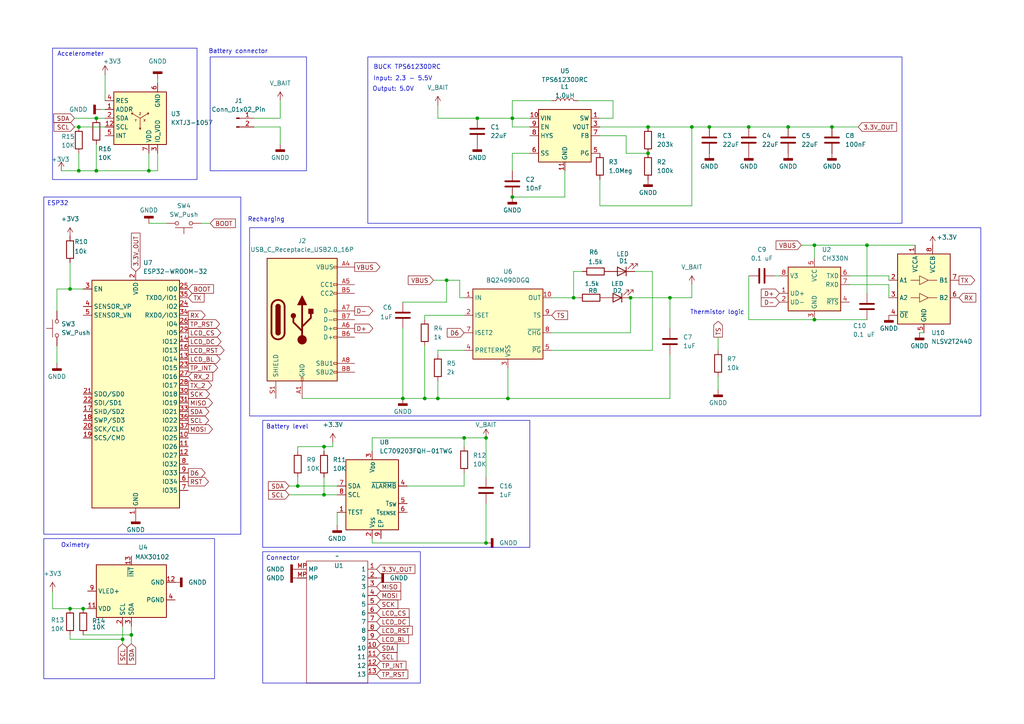
<source format=kicad_sch>
(kicad_sch (version 20250114) (generator "eeschema") (generator_version "9.0")
  (paper "A4")
  (rectangle (start 12.7 156.21) (end 62.23 196.85))
  (rectangle (start 106.68 16.51) (end 261.62 64.77))
  (rectangle (start 15.24 13.97) (end 57.15 52.07))
  (rectangle (start 60.96 16.51) (end 88.9 49.53))
  (text "Oximetry " (at 22.352 158.242 0) (effects (font (size 1.27 1.27))))
  (text "Input: 2.3 - 5.5V" (at 116.84 22.86 0) (effects (font (size 1.27 1.27))))
  (text "BUCK TPS61230DRC" (at 118.11 19.558 0) (effects (font (size 1.27 1.27))))
  (text "Recharging\n" (at 77.216 63.754 0) (effects (font (size 1.27 1.27))))
  (text "Output: 5.0V\n" (at 114.046 25.908 0) (effects (font (size 1.27 1.27))))
  (text "Battery connector\n" (at 69.088 14.986 0) (effects (font (size 1.27 1.27))))
  (text "Thermistor logic\n" (at 208.026 90.678 0) (effects (font (size 1.27 1.27))))
  (text "Accelerometer " (at 23.876 15.748 0) (effects (font (size 1.27 1.27))))
  (text_box "ESP32\n" (at 12.7 57.15 0) (size 57.15 97.79) (margins 0.9525 0.9525 0.9525 0.9525) (effects (font (size 1.27 1.27)) (justify left top)))
  (text_box "" (at 72.39 66.04 0) (size 212.09 54.61) (margins 0.9525 0.9525 0.9525 0.9525) (effects (font (size 1.27 1.27)) (justify left top)))
  (text_box "Connector\n" (at 76.2 160.02 0) (size 45.72 38.1) (margins 0.9525 0.9525 0.9525 0.9525) (effects (font (size 1.27 1.27)) (justify left top)))
  (text_box "Battery level\n" (at 76.2 121.92 0) (size 77.47 36.83) (margins 0.9525 0.9525 0.9525 0.9525) (effects (font (size 1.27 1.27)) (justify left top)))
  (junction (at 140.97 127))
  (junction (at 194.31 86.36))
  (junction (at 166.37 86.36))
  (junction (at 43.18 49.53))
  (junction (at 187.96 36.83))
  (junction (at 129.54 81.28))
  (junction (at 38.1 184.15))
  (junction (at 182.88 86.36))
  (junction (at 93.98 129.54))
  (junction (at 200.66 36.83))
  (junction (at 228.6 36.83))
  (junction (at 236.22 71.12))
  (junction (at 86.36 140.97))
  (junction (at 35.56 185.42))
  (junction (at 22.86 36.83))
  (junction (at 134.62 127))
  (junction (at 116.84 115.57))
  (junction (at 217.17 36.83))
  (junction (at 187.96 44.45))
  (junction (at 27.94 34.29))
  (junction (at 205.74 36.83))
  (junction (at 24.13 176.53))
  (junction (at 20.32 83.82))
  (junction (at 251.46 71.12))
  (junction (at 93.98 143.51))
  (junction (at 138.43 34.29))
  (junction (at 147.32 115.57))
  (junction (at 22.86 49.53))
  (junction (at 241.3 36.83))
  (junction (at 148.59 34.29))
  (junction (at 20.32 176.53))
  (junction (at 148.59 57.15))
  (junction (at 127 115.57))
  (junction (at 123.19 115.57))
  (junction (at 140.97 157.48))
  (junction (at 236.22 92.71))
  (junction (at 27.94 49.53))
  (wire (pts (xy 127 30.48) (xy 127 34.29)))
  (wire (pts (xy 107.95 157.48) (xy 140.97 157.48)))
  (wire (pts (xy 20.32 185.42) (xy 35.56 185.42)))
  (wire (pts (xy 167.64 29.21) (xy 177.8 29.21)))
  (wire (pts (xy 16.51 100.33) (xy 16.51 105.41)))
  (wire (pts (xy 251.46 92.71) (xy 236.22 92.71)))
  (wire (pts (xy 35.56 186.69) (xy 35.56 185.42)))
  (wire (pts (xy 107.95 127) (xy 134.62 127)))
  (wire (pts (xy 246.38 82.55) (xy 257.81 82.55)))
  (wire (pts (xy 83.82 143.51) (xy 93.98 143.51)))
  (wire (pts (xy 43.18 64.77) (xy 48.26 64.77)))
  (wire (pts (xy 200.66 59.69) (xy 200.66 36.83)))
  (wire (pts (xy 127 101.6) (xy 127 102.87)))
  (wire (pts (xy 93.98 143.51) (xy 97.79 143.51)))
  (wire (pts (xy 22.86 36.83) (xy 21.59 36.83)))
  (wire (pts (xy 189.23 78.74) (xy 184.15 78.74)))
  (wire (pts (xy 45.72 44.45) (xy 45.72 49.53)))
  (wire (pts (xy 257.81 80.01) (xy 246.38 80.01)))
  (wire (pts (xy 15.24 176.53) (xy 15.24 171.45)))
  (wire (pts (xy 38.1 186.69) (xy 38.1 184.15)))
  (wire (pts (xy 134.62 129.54) (xy 134.62 127)))
  (wire (pts (xy 147.32 115.57) (xy 194.31 115.57)))
  (wire (pts (xy 140.97 146.05) (xy 140.97 157.48)))
  (wire (pts (xy 134.62 140.97) (xy 134.62 137.16)))
  (wire (pts (xy 35.56 185.42) (xy 35.56 181.61)))
  (wire (pts (xy 15.24 176.53) (xy 20.32 176.53)))
  (wire (pts (xy 86.36 140.97) (xy 97.79 140.97)))
  (wire (pts (xy 38.1 184.15) (xy 38.1 181.61)))
  (wire (pts (xy 20.32 83.82) (xy 16.51 83.82)))
  (wire (pts (xy 200.66 86.36) (xy 194.31 86.36)))
  (wire (pts (xy 22.86 49.53) (xy 27.94 49.53)))
  (wire (pts (xy 24.13 176.53) (xy 25.4 176.53)))
  (wire (pts (xy 228.6 36.83) (xy 241.3 36.83)))
  (wire (pts (xy 236.22 71.12) (xy 251.46 71.12)))
  (wire (pts (xy 134.62 101.6) (xy 127 101.6)))
  (wire (pts (xy 87.63 115.57) (xy 116.84 115.57)))
  (wire (pts (xy 138.43 34.29) (xy 148.59 34.29)))
  (wire (pts (xy 73.66 36.83) (xy 81.28 36.83)))
  (wire (pts (xy 45.72 22.86) (xy 45.72 24.13)))
  (wire (pts (xy 127 115.57) (xy 147.32 115.57)))
  (wire (pts (xy 20.32 184.15) (xy 20.32 185.42)))
  (wire (pts (xy 153.67 44.45) (xy 148.59 44.45)))
  (wire (pts (xy 93.98 130.81) (xy 93.98 129.54)))
  (wire (pts (xy 194.31 102.87) (xy 194.31 115.57)))
  (wire (pts (xy 123.19 91.44) (xy 123.19 92.71)))
  (wire (pts (xy 182.88 96.52) (xy 160.02 96.52)))
  (wire (pts (xy 27.94 41.91) (xy 27.94 49.53)))
  (wire (pts (xy 24.13 83.82) (xy 20.32 83.82)))
  (wire (pts (xy 181.61 39.37) (xy 173.99 39.37)))
  (wire (pts (xy 27.94 49.53) (xy 43.18 49.53)))
  (wire (pts (xy 194.31 86.36) (xy 194.31 95.25)))
  (wire (pts (xy 140.97 127) (xy 140.97 138.43)))
  (wire (pts (xy 125.73 81.28) (xy 129.54 81.28)))
  (wire (pts (xy 217.17 92.71) (xy 236.22 92.71)))
  (wire (pts (xy 116.84 95.25) (xy 116.84 115.57)))
  (wire (pts (xy 200.66 36.83) (xy 187.96 36.83)))
  (wire (pts (xy 93.98 129.54) (xy 86.36 129.54)))
  (wire (pts (xy 265.43 71.12) (xy 251.46 71.12)))
  (wire (pts (xy 58.42 64.77) (xy 60.96 64.77)))
  (wire (pts (xy 127 34.29) (xy 138.43 34.29)))
  (wire (pts (xy 116.84 87.63) (xy 129.54 87.63)))
  (wire (pts (xy 20.32 176.53) (xy 24.13 176.53)))
  (wire (pts (xy 129.54 87.63) (xy 129.54 81.28)))
  (wire (pts (xy 45.72 49.53) (xy 43.18 49.53)))
  (wire (pts (xy 182.88 86.36) (xy 194.31 86.36)))
  (wire (pts (xy 134.62 127) (xy 140.97 127)))
  (wire (pts (xy 97.79 148.59) (xy 97.79 152.4)))
  (wire (pts (xy 133.35 86.36) (xy 134.62 86.36)))
  (wire (pts (xy 173.99 52.07) (xy 173.99 59.69)))
  (wire (pts (xy 17.78 49.53) (xy 22.86 49.53)))
  (wire (pts (xy 177.8 29.21) (xy 177.8 34.29)))
  (wire (pts (xy 200.66 36.83) (xy 205.74 36.83)))
  (wire (pts (xy 217.17 36.83) (xy 228.6 36.83)))
  (wire (pts (xy 96.52 129.54) (xy 93.98 129.54)))
  (wire (pts (xy 182.88 86.36) (xy 182.88 96.52)))
  (wire (pts (xy 166.37 78.74) (xy 166.37 86.36)))
  (wire (pts (xy 241.3 36.83) (xy 248.92 36.83)))
  (wire (pts (xy 189.23 101.6) (xy 160.02 101.6)))
  (wire (pts (xy 200.66 82.55) (xy 200.66 86.36)))
  (wire (pts (xy 107.95 156.21) (xy 107.95 157.48)))
  (wire (pts (xy 205.74 36.83) (xy 217.17 36.83)))
  (wire (pts (xy 147.32 106.68) (xy 147.32 115.57)))
  (wire (pts (xy 148.59 44.45) (xy 148.59 49.53)))
  (wire (pts (xy 148.59 36.83) (xy 148.59 34.29)))
  (wire (pts (xy 187.96 44.45) (xy 181.61 44.45)))
  (wire (pts (xy 177.8 34.29) (xy 173.99 34.29)))
  (wire (pts (xy 27.94 34.29) (xy 30.48 34.29)))
  (wire (pts (xy 148.59 34.29) (xy 148.59 29.21)))
  (wire (pts (xy 107.95 130.81) (xy 107.95 127)))
  (wire (pts (xy 232.41 71.12) (xy 236.22 71.12)))
  (wire (pts (xy 96.52 128.27) (xy 96.52 129.54)))
  (wire (pts (xy 153.67 36.83) (xy 148.59 36.83)))
  (wire (pts (xy 118.11 140.97) (xy 134.62 140.97)))
  (wire (pts (xy 133.35 81.28) (xy 133.35 86.36)))
  (wire (pts (xy 93.98 143.51) (xy 93.98 138.43)))
  (wire (pts (xy 129.54 81.28) (xy 133.35 81.28)))
  (wire (pts (xy 257.81 81.28) (xy 257.81 80.01)))
  (wire (pts (xy 217.17 80.01) (xy 217.17 92.71)))
  (wire (pts (xy 21.59 34.29) (xy 27.94 34.29)))
  (wire (pts (xy 86.36 138.43) (xy 86.36 140.97)))
  (wire (pts (xy 29.21 31.75) (xy 30.48 31.75)))
  (wire (pts (xy 251.46 71.12) (xy 251.46 85.09)))
  (wire (pts (xy 168.91 78.74) (xy 166.37 78.74)))
  (wire (pts (xy 160.02 86.36) (xy 166.37 86.36)))
  (wire (pts (xy 123.19 115.57) (xy 116.84 115.57)))
  (wire (pts (xy 73.66 34.29) (xy 81.28 34.29)))
  (wire (pts (xy 208.28 97.79) (xy 208.28 101.6)))
  (wire (pts (xy 166.37 86.36) (xy 167.64 86.36)))
  (wire (pts (xy 81.28 34.29) (xy 81.28 29.21)))
  (wire (pts (xy 148.59 29.21) (xy 160.02 29.21)))
  (wire (pts (xy 30.48 29.21) (xy 30.48 21.59)))
  (wire (pts (xy 20.32 76.2) (xy 20.32 83.82)))
  (wire (pts (xy 173.99 36.83) (xy 187.96 36.83)))
  (wire (pts (xy 16.51 83.82) (xy 16.51 90.17)))
  (wire (pts (xy 267.97 96.52) (xy 266.7 96.52)))
  (wire (pts (xy 134.62 91.44) (xy 123.19 91.44)))
  (wire (pts (xy 163.83 49.53) (xy 163.83 57.15)))
  (wire (pts (xy 81.28 36.83) (xy 81.28 41.91)))
  (wire (pts (xy 173.99 59.69) (xy 200.66 59.69)))
  (wire (pts (xy 189.23 78.74) (xy 189.23 101.6)))
  (wire (pts (xy 43.18 49.53) (xy 43.18 44.45)))
  (wire (pts (xy 224.79 80.01) (xy 226.06 80.01)))
  (wire (pts (xy 123.19 100.33) (xy 123.19 115.57)))
  (wire (pts (xy 86.36 129.54) (xy 86.36 130.81)))
  (wire (pts (xy 236.22 74.93) (xy 236.22 71.12)))
  (wire (pts (xy 181.61 44.45) (xy 181.61 39.37)))
  (wire (pts (xy 257.81 82.55) (xy 257.81 86.36)))
  (wire (pts (xy 127 115.57) (xy 123.19 115.57)))
  (wire (pts (xy 163.83 57.15) (xy 148.59 57.15)))
  (wire (pts (xy 83.82 140.97) (xy 86.36 140.97)))
  (wire (pts (xy 208.28 109.22) (xy 208.28 113.03)))
  (wire (pts (xy 127 110.49) (xy 127 115.57)))
  (wire (pts (xy 24.13 184.15) (xy 38.1 184.15)))
  (wire (pts (xy 22.86 44.45) (xy 22.86 49.53)))
  (wire (pts (xy 30.48 36.83) (xy 22.86 36.83)))
  (wire (pts (xy 148.59 34.29) (xy 153.67 34.29)))
  (global_label "SCL" (shape input) (at 83.82 143.51 180) (property "Intersheetrefs" "${INTERSHEET_REFS}" (effects (hide yes))))
  (global_label "LCD_BL" (shape output) (at 54.61 104.14 0) (property "Intersheetrefs" "${INTERSHEET_REFS}" (effects (hide yes))))
  (global_label "RX" (shape input) (at 278.13 86.36 0) (property "Intersheetrefs" "${INTERSHEET_REFS}" (effects (hide yes))))
  (global_label "LCD_CS" (shape output) (at 54.61 96.52 0) (property "Intersheetrefs" "${INTERSHEET_REFS}" (effects (hide yes))))
  (global_label "SCL" (shape output) (at 54.61 121.92 0) (property "Intersheetrefs" "${INTERSHEET_REFS}" (effects (hide yes))))
  (global_label "BOOT" (shape input) (at 54.61 83.82 0) (property "Intersheetrefs" "${INTERSHEET_REFS}" (effects (hide yes))))
  (global_label "MOSI" (shape output) (at 54.61 124.46 0) (property "Intersheetrefs" "${INTERSHEET_REFS}" (effects (hide yes))))
  (global_label "VBUS" (shape input) (at 232.41 71.12 180) (property "Intersheetrefs" "${INTERSHEET_REFS}" (effects (hide yes))))
  (global_label "LCD_BL" (shape input) (at 109.22 185.42 0) (property "Intersheetrefs" "${INTERSHEET_REFS}" (effects (hide yes))))
  (global_label "LCD_DC" (shape output) (at 54.61 99.06 0) (property "Intersheetrefs" "${INTERSHEET_REFS}" (effects (hide yes))))
  (global_label "TX" (shape output) (at 278.13 81.28 0) (property "Intersheetrefs" "${INTERSHEET_REFS}" (effects (hide yes))))
  (global_label "LCD_RST" (shape input) (at 109.22 182.88 0) (property "Intersheetrefs" "${INTERSHEET_REFS}" (effects (hide yes))))
  (global_label "3.3V_OUT" (shape input) (at 248.92 36.83 0) (property "Intersheetrefs" "${INTERSHEET_REFS}" (effects (hide yes))))
  (global_label "TX_2" (shape output) (at 54.61 111.76 0) (property "Intersheetrefs" "${INTERSHEET_REFS}" (effects (hide yes))))
  (global_label "VBUS" (shape output) (at 102.87 77.47 0) (property "Intersheetrefs" "${INTERSHEET_REFS}" (effects (hide yes))))
  (global_label "MISO" (shape input) (at 109.22 170.18 0) (property "Intersheetrefs" "${INTERSHEET_REFS}" (effects (hide yes))))
  (global_label "D-" (shape input) (at 226.06 87.63 180) (property "Intersheetrefs" "${INTERSHEET_REFS}" (effects (hide yes))))
  (global_label "D+" (shape output) (at 102.87 95.25 0) (property "Intersheetrefs" "${INTERSHEET_REFS}" (effects (hide yes))))
  (global_label "BOOT" (shape input) (at 60.96 64.77 0) (property "Intersheetrefs" "${INTERSHEET_REFS}" (effects (hide yes))))
  (global_label "TP_INT" (shape input) (at 109.22 193.04 0) (property "Intersheetrefs" "${INTERSHEET_REFS}" (effects (hide yes))))
  (global_label "MOSI" (shape input) (at 109.22 172.72 0) (property "Intersheetrefs" "${INTERSHEET_REFS}" (effects (hide yes))))
  (global_label "LCD_RST" (shape output) (at 54.61 101.6 0) (property "Intersheetrefs" "${INTERSHEET_REFS}" (effects (hide yes))))
  (global_label "SDA" (shape input) (at 21.59 34.29 180) (property "Intersheetrefs" "${INTERSHEET_REFS}" (effects (hide yes))))
  (global_label "TP_RST" (shape output) (at 54.61 93.98 0) (property "Intersheetrefs" "${INTERSHEET_REFS}" (effects (hide yes))))
  (global_label "RST" (shape output) (at 54.61 139.7 0) (property "Intersheetrefs" "${INTERSHEET_REFS}" (effects (hide yes))))
  (global_label "LCD_CS" (shape input) (at 109.22 177.8 0) (property "Intersheetrefs" "${INTERSHEET_REFS}" (effects (hide yes))))
  (global_label "VBUS" (shape input) (at 125.73 81.28 180) (property "Intersheetrefs" "${INTERSHEET_REFS}" (effects (hide yes))))
  (global_label "SCL" (shape input) (at 109.22 190.5 0) (property "Intersheetrefs" "${INTERSHEET_REFS}" (effects (hide yes))))
  (global_label "TP_INT" (shape output) (at 54.61 106.68 0) (property "Intersheetrefs" "${INTERSHEET_REFS}" (effects (hide yes))))
  (global_label "RX" (shape output) (at 54.61 91.44 0) (property "Intersheetrefs" "${INTERSHEET_REFS}" (effects (hide yes))))
  (global_label "D6" (shape input) (at 134.62 96.52 180) (property "Intersheetrefs" "${INTERSHEET_REFS}" (effects (hide yes))))
  (global_label "TP_RST" (shape input) (at 109.22 195.58 0) (property "Intersheetrefs" "${INTERSHEET_REFS}" (effects (hide yes))))
  (global_label "TS" (shape output) (at 208.28 97.79 90) (property "Intersheetrefs" "${INTERSHEET_REFS}" (effects (hide yes))))
  (global_label "SCL" (shape input) (at 35.56 186.69 270) (property "Intersheetrefs" "${INTERSHEET_REFS}" (effects (hide yes))))
  (global_label "SCK" (shape output) (at 54.61 114.3 0) (property "Intersheetrefs" "${INTERSHEET_REFS}" (effects (hide yes))))
  (global_label "SCK" (shape input) (at 109.22 175.26 0) (property "Intersheetrefs" "${INTERSHEET_REFS}" (effects (hide yes))))
  (global_label "3.3V_OUT" (shape input) (at 109.22 165.1 0) (property "Intersheetrefs" "${INTERSHEET_REFS}" (effects (hide yes))))
  (global_label "TX" (shape input) (at 54.61 86.36 0) (property "Intersheetrefs" "${INTERSHEET_REFS}" (effects (hide yes))))
  (global_label "LCD_DC" (shape input) (at 109.22 180.34 0) (property "Intersheetrefs" "${INTERSHEET_REFS}" (effects (hide yes))))
  (global_label "RX_2" (shape input) (at 54.61 109.22 0) (property "Intersheetrefs" "${INTERSHEET_REFS}" (effects (hide yes))))
  (global_label "MISO" (shape output) (at 54.61 116.84 0) (property "Intersheetrefs" "${INTERSHEET_REFS}" (effects (hide yes))))
  (global_label "SDA" (shape output) (at 54.61 119.38 0) (property "Intersheetrefs" "${INTERSHEET_REFS}" (effects (hide yes))))
  (global_label "SDA" (shape input) (at 83.82 140.97 180) (property "Intersheetrefs" "${INTERSHEET_REFS}" (effects (hide yes))))
  (global_label "D+" (shape input) (at 226.06 85.09 180) (property "Intersheetrefs" "${INTERSHEET_REFS}" (effects (hide yes))))
  (global_label "TS" (shape input) (at 160.02 91.44 0) (property "Intersheetrefs" "${INTERSHEET_REFS}" (effects (hide yes))))
  (global_label "D-" (shape output) (at 102.87 90.17 0) (property "Intersheetrefs" "${INTERSHEET_REFS}" (effects (hide yes))))
  (global_label "3.3V_OUT" (shape input) (at 39.37 78.74 90) (property "Intersheetrefs" "${INTERSHEET_REFS}" (effects (hide yes))))
  (global_label "SCL" (shape input) (at 21.59 36.83 180) (property "Intersheetrefs" "${INTERSHEET_REFS}" (effects (hide yes))))
  (global_label "SDA" (shape input) (at 109.22 187.96 0) (property "Intersheetrefs" "${INTERSHEET_REFS}" (effects (hide yes))))
  (global_label "D6" (shape output) (at 54.61 137.16 0) (property "Intersheetrefs" "${INTERSHEET_REFS}" (effects (hide yes))))
  (global_label "SDA" (shape input) (at 38.1 186.69 270) (property "Intersheetrefs" "${INTERSHEET_REFS}" (effects (hide yes))))
  (symbol (lib_id "Connector:Conn_01x02_Pin") (at 68.58 34.29 0) (unit 1)
    (property "Reference" "J1" (at 69.215 29.21 0))
    (property "Value" "Conn_01x02_Pin" (at 69.215 31.75 0))
    (property "Footprint" "TerminalBlock:TerminalBlock_MaiXu_MX126-5.0-02P_1x02_P5.00mm" (effects (hide yes)))
    (property "Description" "Generic connector, single row, 01x02, script generated" (effects (hide yes)))
  )
  (symbol (lib_id "power:+3V3") (at 15.24 171.45 0) (unit 1)
    (property "Reference" "#PWR031" (effects (hide yes)))
    (property "Value" "+3V3" (at 15.24 166.37 0))
    (property "Description" "Power symbol creates a global label with name \"+3V3\"" (effects (hide yes)))
  )
  (symbol (lib_id "power:GNDD") (at 29.21 31.75 270) (unit 1)
    (property "Reference" "#PWR021" (effects (hide yes)))
    (property "Value" "GNDD" (at 25.4 31.7499 90) (effects (justify right)))
    (property "Description" "Power symbol creates a global label with name \"GNDD\" , digital ground" (effects (hide yes)))
  )
  (symbol (lib_id "Battery_Management:BQ24090DGQ") (at 147.32 93.98 0) (unit 1)
    (property "Reference" "U6" (at 147.32 78.74 0))
    (property "Value" "BQ24090DGQ" (at 147.32 81.28 0))
    (property "Footprint" "Package_SO:HVSSOP-10-1EP_3x3mm_P0.5mm_EP1.57x1.88mm_ThermalVias" (effects (hide yes)))
    (property "Datasheet" "http://www.ti.com/lit/ds/symlink/bq24090.pdf" (effects (hide yes)))
    (property "Description" "1A, Single-Input, SingleCell Li-Ion and Li-Pol BatteryCharger, HVSSOP-10" (effects (hide yes)))
  )
  (symbol (lib_id "power:GNDD") (at 187.96 52.07 0) (unit 1)
    (property "Reference" "#PWR06" (effects (hide yes)))
    (property "Value" "GNDD" (at 187.96 55.88 0))
    (property "Description" "Power symbol creates a global label with name \"GNDD\" , digital ground" (effects (hide yes)))
  )
  (symbol (lib_id "Device:R") (at 27.94 38.1 0) (unit 1)
    (property "Reference" "R16" (at 28.448 43.18 0) (effects (justify left)))
    (property "Value" "10K" (at 28.448 45.72 0) (effects (justify left)))
    (property "Footprint" "Resistor_SMD:R_0603_1608Metric" (effects (hide yes)))
    (property "Description" "Resistor" (effects (hide yes)))
  )
  (symbol (lib_id "Device:R") (at 208.28 105.41 0) (unit 1)
    (property "Reference" "R7" (at 210.82 104.1399 0) (effects (justify left)))
    (property "Value" "10k" (at 210.82 106.6799 0) (effects (justify left)))
    (property "Footprint" "Resistor_SMD:R_0603_1608Metric" (effects (hide yes)))
    (property "Description" "Resistor" (effects (hide yes)))
  )
  (symbol (lib_id "Device:R") (at 86.36 134.62 0) (unit 1)
    (property "Reference" "R9" (at 88.9 133.3499 0) (effects (justify left)))
    (property "Value" "10K" (at 88.9 135.8899 0) (effects (justify left)))
    (property "Footprint" "Resistor_SMD:R_0603_1608Metric" (effects (hide yes)))
    (property "Description" "Resistor" (effects (hide yes)))
  )
  (symbol (lib_id "power:GNDD") (at 43.18 64.77 180) (unit 1)
    (property "Reference" "#PWR03" (effects (hide yes)))
    (property "Value" "GNDD" (at 43.18 60.96 0))
    (property "Description" "Power symbol creates a global label with name \"GNDD\" , digital ground" (effects (hide yes)))
  )
  (symbol (lib_id "Logic_LevelTranslator:NLSV2T244D") (at 267.97 83.82 0) (unit 1)
    (property "Reference" "U10" (at 270.1133 96.52 0) (effects (justify left)))
    (property "Value" "NLSV2T244D" (at 270.1133 99.06 0) (effects (justify left)))
    (property "Footprint" "Package_SO:SOIC-8_3.9x4.9mm_P1.27mm" (effects (hide yes)))
    (property "Datasheet" "http://www.onsemi.com/pub/Collateral/NLSV2T244-D.PDF" (effects (hide yes)))
    (property "Description" "Dual-Bit Dual-Supply Non-Inverting Level Translator, Output Enable, SOIC-8" (effects (hide yes)))
  )
  (symbol (lib_id "Sensor_Motion:KXTJ3-1057") (at 40.64 34.29 180) (unit 1)
    (property "Reference" "U3" (at 49.53 33.0199 0) (effects (justify right)))
    (property "Value" "KXTJ3-1057" (at 49.53 35.5599 0) (effects (justify right)))
    (property "Footprint" "Package_LGA:Kionix_LGA-12_2x2mm_P0.5mm_LayoutBorder2x4y" (effects (hide yes)))
    (property "Datasheet" "https://kionixfs.azureedge.net/en/datasheet/KXTJ3-1057-Specifications-Rev-5.0.pdf" (effects (hide yes)))
    (property "Description" "±2g / 4g / 8g / 16g Tri-Axis Digital Accelerometer, I2C, 1.71-3.6V, LGA-12" (effects (hide yes)))
  )
  (symbol (lib_id "power:GNDD") (at 116.84 115.57 0) (unit 1)
    (property "Reference" "#PWR019" (effects (hide yes)))
    (property "Value" "GNDD" (at 116.84 119.38 0))
    (property "Description" "Power symbol creates a global label with name \"GNDD\" , digital ground" (effects (hide yes)))
  )
  (symbol (lib_id "RF_Module:ESP32-WROOM-32") (at 39.37 114.3 0) (unit 1)
    (property "Reference" "U7" (at 41.5133 76.2 0) (effects (justify left)))
    (property "Value" "ESP32-WROOM-32" (at 41.5133 78.74 0) (effects (justify left)))
    (property "Footprint" "RF_Module:ESP32-WROOM-32" (effects (hide yes)))
    (property "Datasheet" "https://www.espressif.com/sites/default/files/documentation/esp32-wroom-32_datasheet_en.pdf" (effects (hide yes)))
    (property "Description" "RF Module, ESP32-D0WDQ6 SoC, Wi-Fi 802.11b/g/n, Bluetooth, BLE, 32-bit, 2.7-3.6V, onboard antenna, SMD" (effects (hide yes)))
  )
  (symbol (lib_id "power:GNDD") (at 97.79 152.4 0) (unit 1)
    (property "Reference" "#PWR027" (effects (hide yes)))
    (property "Value" "GNDD" (at 97.79 156.21 0))
    (property "Description" "Power symbol creates a global label with name \"GNDD\" , digital ground" (effects (hide yes)))
  )
  (symbol (lib_id "Device:R") (at 127 106.68 0) (unit 1)
    (property "Reference" "R5" (at 129.54 105.4099 0) (effects (justify left)))
    (property "Value" "2k" (at 129.54 107.9499 0) (effects (justify left)))
    (property "Footprint" "Resistor_SMD:R_0603_1608Metric" (effects (hide yes)))
    (property "Description" "Resistor" (effects (hide yes)))
  )
  (symbol (lib_id "power:GNDD") (at 266.7 96.52 0) (unit 1)
    (property "Reference" "#PWR032" (effects (hide yes)))
    (property "Value" "GNDD" (at 266.7 100.33 0))
    (property "Description" "Power symbol creates a global label with name \"GNDD\" , digital ground" (effects (hide yes)))
  )
  (symbol (lib_id "power:GNDD") (at 86.36 167.64 270) (unit 1)
    (property "Reference" "#PWR016" (effects (hide yes)))
    (property "Value" "GNDD" (at 82.55 167.6399 90) (effects (justify right)))
    (property "Description" "Power symbol creates a global label with name \"GNDD\" , digital ground" (effects (hide yes)))
  )
  (symbol (lib_id "Device:R") (at 187.96 40.64 0) (unit 1)
    (property "Reference" "R1" (at 190.5 39.3699 0) (effects (justify left)))
    (property "Value" "203k" (at 190.5 41.9099 0) (effects (justify left)))
    (property "Footprint" "Resistor_SMD:R_0603_1608Metric" (effects (hide yes)))
    (property "Description" "Resistor" (effects (hide yes)))
  )
  (symbol (lib_id "Device:R") (at 172.72 78.74 270) (unit 1)
    (property "Reference" "R6" (at 172.212 73.152 90))
    (property "Value" "1.5k" (at 172.72 75.946 90))
    (property "Footprint" "Resistor_SMD:R_0603_1608Metric" (effects (hide yes)))
    (property "Description" "Resistor" (effects (hide yes)))
  )
  (symbol (lib_id "Device:C") (at 138.43 38.1 0) (unit 1)
    (property "Reference" "C1" (at 142.24 36.8299 0) (effects (justify left)))
    (property "Value" "22uF" (at 142.24 39.3699 0) (effects (justify left)))
    (property "Footprint" "Capacitor_SMD:C_0603_1608Metric" (effects (hide yes)))
    (property "Description" "Unpolarized capacitor" (effects (hide yes)))
  )
  (symbol (lib_id "power:+3V3") (at 17.78 49.53 0) (unit 1)
    (property "Reference" "#PWR022" (effects (hide yes)))
    (property "Value" "+3V3" (at 17.526 46.228 0))
    (property "Description" "Power symbol creates a global label with name \"+3V3\"" (effects (hide yes)))
  )
  (symbol (lib_id "power:GNDD") (at 81.28 41.91 0) (unit 1)
    (property "Reference" "#PWR02" (effects (hide yes)))
    (property "Value" "GNDD" (at 81.28 45.72 0))
    (property "Description" "Power symbol creates a global label with name \"GNDD\" , digital ground" (effects (hide yes)))
  )
  (symbol (lib_id "power:VDD") (at 140.97 127 0) (unit 1)
    (property "Reference" "#PWR018" (effects (hide yes)))
    (property "Value" "V_BAIT" (at 140.97 123.19 0))
    (property "Description" "Power symbol creates a global label with name \"VDD\"" (effects (hide yes)))
  )
  (symbol (lib_id "Device:R") (at 22.86 40.64 0) (unit 1)
    (property "Reference" "R15" (at 17.78 39.624 0) (effects (justify left)))
    (property "Value" "10K" (at 17.78 42.164 0) (effects (justify left)))
    (property "Footprint" "Resistor_SMD:R_0603_1608Metric" (effects (hide yes)))
    (property "Description" "Resistor" (effects (hide yes)))
  )
  (symbol (lib_id "Device:R") (at 20.32 72.39 0) (unit 1)
    (property "Reference" "R10" (at 21.59 70.104 0) (effects (justify left)))
    (property "Value" "10k" (at 21.59 72.898 0) (effects (justify left)))
    (property "Footprint" "Resistor_SMD:R_0603_1608Metric" (effects (hide yes)))
    (property "Description" "Resistor" (effects (hide yes)))
  )
  (symbol (lib_id "power:GNDD") (at 138.43 41.91 0) (unit 1)
    (property "Reference" "#PWR04" (effects (hide yes)))
    (property "Value" "GNDD" (at 138.43 45.72 0))
    (property "Description" "Power symbol creates a global label with name \"GNDD\" , digital ground" (effects (hide yes)))
  )
  (symbol (lib_id "Battery_Management:LC709203FQH-01TWG") (at 107.95 143.51 0) (unit 1)
    (property "Reference" "U8" (at 110.0933 128.27 0) (effects (justify left)))
    (property "Value" "LC709203FQH-01TWG" (at 110.0933 130.81 0) (effects (justify left)))
    (property "Footprint" "Package_DFN_QFN:WDFN-8-1EP_4x3mm_P0.65mm_EP2.4x1.8mm" (effects (hide yes)))
    (property "Datasheet" "https://www.onsemi.com/download/data-sheet/pdf/lc709203f-d.pdf" (effects (hide yes)))
    (property "Description" "Single LiPo battery fuel gauge, I2C, type 01, WDFN-8" (effects (hide yes)))
  )
  (symbol (lib_id "Device:LED") (at 179.07 86.36 180) (unit 1)
    (property "Reference" "D2" (at 179.07 84.328 0))
    (property "Value" "LED" (at 179.07 82.296 0))
    (property "Footprint" "LED_SMD:LED_0603_1608Metric" (effects (hide yes)))
    (property "Description" "Light emitting diode" (effects (hide yes)))
    (property "Sim.Pins" "1=K 2=A" (effects (hide yes)))
  )
  (symbol (lib_id "Device:LED") (at 180.34 78.74 180) (unit 1)
    (property "Reference" "D1" (at 180.848 75.692 0))
    (property "Value" "LED" (at 180.594 73.66 0))
    (property "Footprint" "LED_SMD:LED_0603_1608Metric" (effects (hide yes)))
    (property "Description" "Light emitting diode" (effects (hide yes)))
    (property "Sim.Pins" "1=K 2=A" (effects (hide yes)))
  )
  (symbol (lib_id "power:GNDD") (at 205.74 44.45 0) (unit 1)
    (property "Reference" "#PWR07" (effects (hide yes)))
    (property "Value" "GNDD" (at 205.74 48.26 0))
    (property "Description" "Power symbol creates a global label with name \"GNDD\" , digital ground" (effects (hide yes)))
  )
  (symbol (lib_id "Device:C") (at 148.59 53.34 0) (unit 1)
    (property "Reference" "C2" (at 152.4 52.0699 0) (effects (justify left)))
    (property "Value" "10nF" (at 152.4 54.6099 0) (effects (justify left)))
    (property "Footprint" "Capacitor_SMD:C_0603_1608Metric" (effects (hide yes)))
    (property "Description" "Unpolarized capacitor" (effects (hide yes)))
  )
  (symbol (lib_id "Device:C") (at 251.46 88.9 0) (unit 1)
    (property "Reference" "C10" (at 247.396 94.488 0) (effects (justify left)))
    (property "Value" "0.1 uF" (at 247.396 97.028 0) (effects (justify left)))
    (property "Footprint" "Capacitor_SMD:C_0603_1608Metric" (effects (hide yes)))
    (property "Description" "Unpolarized capacitor" (effects (hide yes)))
  )
  (symbol (lib_id "Device:R") (at 24.13 180.34 0) (unit 1)
    (property "Reference" "R14" (at 26.67 180.086 0) (effects (justify left)))
    (property "Value" "10K" (at 26.67 181.864 0) (effects (justify left)))
    (property "Footprint" "Resistor_SMD:R_0603_1608Metric" (effects (hide yes)))
    (property "Description" "Resistor" (effects (hide yes)))
  )
  (symbol (lib_id "power:GNDD") (at 217.17 44.45 0) (unit 1)
    (property "Reference" "#PWR08" (effects (hide yes)))
    (property "Value" "GNDD" (at 217.17 48.26 0))
    (property "Description" "Power symbol creates a global label with name \"GNDD\" , digital ground" (effects (hide yes)))
  )
  (symbol (lib_id "power:GNDD") (at 148.59 57.15 0) (unit 1)
    (property "Reference" "#PWR05" (effects (hide yes)))
    (property "Value" "GNDD" (at 148.59 60.96 0))
    (property "Description" "Power symbol creates a global label with name \"GNDD\" , digital ground" (effects (hide yes)))
  )
  (symbol (lib_id "Device:C") (at 194.31 99.06 0) (unit 1)
    (property "Reference" "C7" (at 198.12 97.7899 0) (effects (justify left)))
    (property "Value" "1uF" (at 198.12 100.3299 0) (effects (justify left)))
    (property "Footprint" "Capacitor_SMD:C_0603_1608Metric" (effects (hide yes)))
    (property "Description" "Unpolarized capacitor" (effects (hide yes)))
  )
  (symbol (lib_id "Device:C") (at 140.97 142.24 0) (unit 1)
    (property "Reference" "C16" (at 144.78 140.9699 0) (effects (justify left)))
    (property "Value" "1uF" (at 144.78 143.5099 0) (effects (justify left)))
    (property "Footprint" "Capacitor_SMD:C_0603_1608Metric" (effects (hide yes)))
    (property "Description" "Unpolarized capacitor" (effects (hide yes)))
  )
  (symbol (lib_id "power:VDD") (at 127 30.48 0) (unit 1)
    (property "Reference" "#PWR015" (effects (hide yes)))
    (property "Value" "V_BAIT" (at 127 25.4 0))
    (property "Description" "Power symbol creates a global label with name \"VDD\"" (effects (hide yes)))
  )
  (symbol (lib_id "Device:C") (at 217.17 40.64 0) (unit 1)
    (property "Reference" "C4" (at 220.98 39.3699 0) (effects (justify left)))
    (property "Value" "22uF" (at 220.98 41.9099 0) (effects (justify left)))
    (property "Footprint" "Capacitor_SMD:C_0603_1608Metric" (effects (hide yes)))
    (property "Description" "Unpolarized capacitor" (effects (hide yes)))
  )
  (symbol (lib_id "power:GNDD") (at 50.8 168.91 90) (unit 1)
    (property "Reference" "#PWR011" (effects (hide yes)))
    (property "Value" "GNDD" (at 54.61 168.9099 90) (effects (justify right)))
    (property "Description" "Power symbol creates a global label with name \"GNDD\" , digital ground" (effects (hide yes)))
  )
  (symbol (lib_id "power:GNDD") (at 140.97 157.48 90) (unit 1)
    (property "Reference" "#PWR026" (effects (hide yes)))
    (property "Value" "GNDD" (at 144.78 157.4799 90) (effects (justify right)))
    (property "Description" "Power symbol creates a global label with name \"GNDD\" , digital ground" (effects (hide yes)))
  )
  (symbol (lib_id "Switch:SW_Push") (at 53.34 64.77 180) (unit 1)
    (property "Reference" "SW4" (at 53.34 59.69 0))
    (property "Value" "SW_Push" (at 53.34 62.23 0))
    (property "Footprint" "Button_Switch_SMD:SW_Push_1P1T_NO_CK_KMR2" (effects (hide yes)))
    (property "Description" "Push button switch, generic, two pins" (effects (hide yes)))
  )
  (symbol (lib_id "Switch:SW_Push") (at 16.51 95.25 90) (unit 1)
    (property "Reference" "SW3" (at 17.78 93.9799 90) (effects (justify right)))
    (property "Value" "SW_Push" (at 17.78 96.5199 90) (effects (justify right)))
    (property "Footprint" "Button_Switch_SMD:SW_Push_1P1T_NO_CK_KMR2" (effects (hide yes)))
    (property "Description" "Push button switch, generic, two pins" (effects (hide yes)))
  )
  (symbol (lib_id "Device:R") (at 171.45 86.36 270) (unit 1)
    (property "Reference" "R8" (at 171.958 84.328 90))
    (property "Value" "1.5k" (at 171.704 82.296 90))
    (property "Footprint" "Resistor_SMD:R_0603_1608Metric" (effects (hide yes)))
    (property "Description" "Resistor" (effects (hide yes)))
  )
  (symbol (lib_id "power:+3.3V") (at 96.52 128.27 0) (unit 1)
    (property "Reference" "#PWR017" (effects (hide yes)))
    (property "Value" "+3.3V" (at 96.52 123.19 0))
    (property "Description" "Power symbol creates a global label with name \"+3.3V\"" (effects (hide yes)))
  )
  (symbol (lib_id "Sensor:MAX30102") (at 38.1 171.45 90) (unit 1)
    (property "Reference" "U4" (at 40.132 158.75 90) (effects (justify right)))
    (property "Value" "MAX30102" (at 39.116 161.544 90) (effects (justify right)))
    (property "Footprint" "OptoDevice:Maxim_OLGA-14_3.3x5.6mm_P0.8mm" (effects (hide yes)))
    (property "Datasheet" "https://datasheets.maximintegrated.com/en/ds/MAX30102.pdf" (effects (hide yes)))
    (property "Description" "Heart Rate Sensor, 14-OLGA" (effects (hide yes)))
  )
  (symbol (lib_id "Device:R") (at 93.98 134.62 0) (unit 1)
    (property "Reference" "R11" (at 96.52 133.3499 0) (effects (justify left)))
    (property "Value" "10K" (at 96.52 135.8899 0) (effects (justify left)))
    (property "Footprint" "Resistor_SMD:R_0603_1608Metric" (effects (hide yes)))
    (property "Description" "Resistor" (effects (hide yes)))
  )
  (symbol (lib_id "power:GNDD") (at 208.28 113.03 0) (unit 1)
    (property "Reference" "#PWR023" (effects (hide yes)))
    (property "Value" "GNDD" (at 208.28 116.84 0))
    (property "Description" "Power symbol creates a global label with name \"GNDD\" , digital ground" (effects (hide yes)))
  )
  (symbol (lib_id "Device:L") (at 163.83 29.21 90) (unit 1)
    (property "Reference" "L1" (at 163.83 25.146 90))
    (property "Value" "1.0uH" (at 163.83 27.686 90))
    (property "Footprint" "Inductor_SMD:L_Changjiang_FXL0630" (effects (hide yes)))
    (property "Description" "Inductor" (effects (hide yes)))
  )
  (symbol (lib_id "Device:C") (at 241.3 40.64 0) (unit 1)
    (property "Reference" "C8" (at 245.11 39.3699 0) (effects (justify left)))
    (property "Value" "100nF" (at 245.11 41.9099 0) (effects (justify left)))
    (property "Footprint" "Capacitor_SMD:C_0603_1608Metric" (effects (hide yes)))
    (property "Description" "Unpolarized capacitor" (effects (hide yes)))
  )
  (symbol (lib_id "power:GNDD") (at 228.6 44.45 0) (unit 1)
    (property "Reference" "#PWR09" (effects (hide yes)))
    (property "Value" "GNDD" (at 228.6 48.26 0))
    (property "Description" "Power symbol creates a global label with name \"GNDD\" , digital ground" (effects (hide yes)))
  )
  (symbol (lib_id "power:GNDD") (at 45.72 22.86 180) (unit 1)
    (property "Reference" "#PWR010" (effects (hide yes)))
    (property "Value" "GNDD" (at 45.72 17.78 0))
    (property "Description" "Power symbol creates a global label with name \"GNDD\" , digital ground" (effects (hide yes)))
  )
  (symbol (lib_id "Connector:USB_C_Receptacle_USB2.0_16P") (at 87.63 92.71 0) (unit 1)
    (property "Reference" "J2" (at 87.63 69.85 0))
    (property "Value" "USB_C_Receptacle_USB2.0_16P" (at 87.63 72.39 0))
    (property "Footprint" "Connector_USB:USB_C_Receptacle_Amphenol_124019772112A" (effects (hide yes)))
    (property "Datasheet" "https://www.usb.org/sites/default/files/documents/usb_type-c.zip" (effects (hide yes)))
    (property "Description" "USB 2.0-only 16P Type-C Receptacle connector" (effects (hide yes)))
  )
  (symbol (lib_id "Interface_USB:CH330N") (at 236.22 82.55 0) (unit 1)
    (property "Reference" "U2" (at 238.3633 72.39 0) (effects (justify left)))
    (property "Value" "CH330N" (at 238.3633 74.93 0) (effects (justify left)))
    (property "Footprint" "Package_SO:SOIC-8_3.9x4.9mm_P1.27mm" (effects (hide yes)))
    (property "Datasheet" "http://www.wch.cn/downloads/file/240.html" (effects (hide yes)))
    (property "Description" "USB serial converter, UART, SOIC-8" (effects (hide yes)))
  )
  (symbol (lib_id "Device:C") (at 228.6 40.64 0) (unit 1)
    (property "Reference" "C5" (at 232.41 39.3699 0) (effects (justify left)))
    (property "Value" "22uF" (at 232.41 41.9099 0) (effects (justify left)))
    (property "Footprint" "Capacitor_SMD:C_0603_1608Metric" (effects (hide yes)))
    (property "Description" "Unpolarized capacitor" (effects (hide yes)))
  )
  (symbol (lib_id "Device:R") (at 187.96 48.26 0) (unit 1)
    (property "Reference" "R2" (at 190.5 46.9899 0) (effects (justify left)))
    (property "Value" "100k" (at 190.5 49.5299 0) (effects (justify left)))
    (property "Footprint" "Resistor_SMD:R_0603_1608Metric" (effects (hide yes)))
    (property "Description" "Resistor" (effects (hide yes)))
  )
  (symbol (lib_id "power:GNDD") (at 39.37 149.86 0) (unit 1)
    (property "Reference" "#PWR028" (effects (hide yes)))
    (property "Value" "GNDD" (at 39.37 153.67 0))
    (property "Description" "Power symbol creates a global label with name \"GNDD\" , digital ground" (effects (hide yes)))
  )
  (symbol (lib_id "Device:C") (at 220.98 80.01 90) (unit 1)
    (property "Reference" "C9" (at 220.98 72.39 90))
    (property "Value" "0.1 uF" (at 220.98 74.93 90))
    (property "Footprint" "Capacitor_SMD:C_0603_1608Metric" (effects (hide yes)))
    (property "Description" "Unpolarized capacitor" (effects (hide yes)))
  )
  (symbol (lib_id "power:GNDD") (at 109.22 167.64 90) (unit 1)
    (property "Reference" "#PWR012" (effects (hide yes)))
    (property "Value" "GNDD" (at 113.03 167.6399 90) (effects (justify right)))
    (property "Description" "Power symbol creates a global label with name \"GNDD\" , digital ground" (effects (hide yes)))
  )
  (symbol (lib_id "Device:R") (at 123.19 96.52 0) (unit 1)
    (property "Reference" "R4" (at 125.73 95.2499 0) (effects (justify left)))
    (property "Value" "1k" (at 125.73 97.7899 0) (effects (justify left)))
    (property "Footprint" "Resistor_SMD:R_0603_1608Metric" (effects (hide yes)))
    (property "Description" "Resistor" (effects (hide yes)))
  )
  (symbol (lib_id "power:+3V3") (at 20.32 68.58 0) (unit 1)
    (property "Reference" "#PWR030" (effects (hide yes)))
    (property "Value" "+3V3" (at 20.32 63.5 0))
    (property "Description" "Power symbol creates a global label with name \"+3V3\"" (effects (hide yes)))
  )
  (symbol (lib_id "power:+3.3V") (at 270.51 71.12 0) (unit 1)
    (property "Reference" "#PWR01" (effects (hide yes)))
    (property "Value" "+3.3V" (at 274.574 68.834 0))
    (property "Description" "Power symbol creates a global label with name \"+3.3V\"" (effects (hide yes)))
  )
  (symbol (lib_id "power:VDD") (at 200.66 82.55 0) (unit 1)
    (property "Reference" "#PWR024" (effects (hide yes)))
    (property "Value" "V_BAIT" (at 200.66 77.47 0))
    (property "Description" "Power symbol creates a global label with name \"VDD\"" (effects (hide yes)))
  )
  (symbol (lib_id "Regulator_Switching:TPS61230DRC") (at 163.83 39.37 0) (unit 1)
    (property "Reference" "U5" (at 163.83 20.574 0))
    (property "Value" "TPS61230DRC" (at 163.83 23.114 0))
    (property "Footprint" "Package_SON:Texas_S-PVSON-N10_ThermalVias" (effects (hide yes)))
    (property "Datasheet" "http://www.ti.com/lit/ds/symlink/tps61232.pdf" (effects (hide yes)))
    (property "Description" "High Efficiency Synchronous Step Up Converters with 5-A Switches, 2.3-5.5V Input Voltage, VSON-10" (effects (hide yes)))
  )
  (symbol (lib_id "power:GNDD") (at 257.81 91.44 0) (unit 1)
    (property "Reference" "#PWR033" (effects (hide yes)))
    (property "Value" "GNDD" (at 257.81 95.25 0))
    (property "Description" "Power symbol creates a global label with name \"GNDD\" , digital ground" (effects (hide yes)))
  )
  (symbol (lib_id "power:VDD") (at 81.28 29.21 0) (unit 1)
    (property "Reference" "#PWR014" (effects (hide yes)))
    (property "Value" "V_BAIT" (at 81.28 24.13 0))
    (property "Description" "Power symbol creates a global label with name \"VDD\"" (effects (hide yes)))
  )
  (symbol (lib_id "Device:R") (at 20.32 180.34 0) (unit 1)
    (property "Reference" "R13" (at 14.732 179.832 0) (effects (justify left)))
    (property "Value" "10K" (at 14.732 182.372 0) (effects (justify left)))
    (property "Footprint" "Resistor_SMD:R_0603_1608Metric" (effects (hide yes)))
    (property "Description" "Resistor" (effects (hide yes)))
  )
  (symbol (lib_id "Device:R") (at 134.62 133.35 0) (unit 1)
    (property "Reference" "R12" (at 137.16 132.0799 0) (effects (justify left)))
    (property "Value" "10K" (at 137.16 134.6199 0) (effects (justify left)))
    (property "Footprint" "Resistor_SMD:R_0603_1608Metric" (effects (hide yes)))
    (property "Description" "Resistor" (effects (hide yes)))
  )
  (symbol (lib_id "Device:C") (at 116.84 91.44 0) (unit 1)
    (property "Reference" "C6" (at 110.998 89.154 0) (effects (justify left)))
    (property "Value" "1uF" (at 110.236 91.948 0) (effects (justify left)))
    (property "Footprint" "Capacitor_SMD:C_0603_1608Metric" (effects (hide yes)))
    (property "Description" "Unpolarized capacitor" (effects (hide yes)))
  )
  (symbol (lib_id "power:GNDD") (at 16.51 105.41 0) (unit 1)
    (property "Reference" "#PWR029" (effects (hide yes)))
    (property "Value" "GNDD" (at 16.51 109.22 0))
    (property "Description" "Power symbol creates a global label with name \"GNDD\" , digital ground" (effects (hide yes)))
  )
  (symbol (lib_id "Device:R") (at 173.99 48.26 0) (unit 1)
    (property "Reference" "R3" (at 176.53 46.9899 0) (effects (justify left)))
    (property "Value" "1.0Meg" (at 176.53 49.5299 0) (effects (justify left)))
    (property "Footprint" "Resistor_SMD:R_0603_1608Metric" (effects (hide yes)))
    (property "Description" "Resistor" (effects (hide yes)))
  )
  (symbol (lib_id "Device:C") (at 205.74 40.64 0) (unit 1)
    (property "Reference" "C3" (at 209.55 39.3699 0) (effects (justify left)))
    (property "Value" "22uF" (at 209.55 41.9099 0) (effects (justify left)))
    (property "Footprint" "Capacitor_SMD:C_0603_1608Metric" (effects (hide yes)))
    (property "Description" "Unpolarized capacitor" (effects (hide yes)))
  )
  (symbol (lib_id "FH12-13S-0.5SH(55):FH12-13S-0.5SH(55)") (at 97.79 175.26 0) (unit 1)
    (property "Reference" "U1" (at 98.298 164.084 0))
    (property "Value" "~" (at 97.79 161.29 0))
    (property "Footprint" "Connector_FFC:Hirose_FH12-13S-0.5SH_1x13-1MP_P0.50mm_Horizontal" (effects (hide yes)))
  )
  (symbol (lib_id "power:+3V3") (at 30.48 21.59 0) (unit 1)
    (property "Reference" "#PWR020" (effects (hide yes)))
    (property "Value" "+3V3" (at 32.512 17.78 0))
    (property "Description" "Power symbol creates a global label with name \"+3V3\"" (effects (hide yes)))
  )
  (symbol (lib_id "power:GNDD") (at 241.3 44.45 0) (unit 1)
    (property "Reference" "#PWR025" (effects (hide yes)))
    (property "Value" "GNDD" (at 241.3 48.26 0))
    (property "Description" "Power symbol creates a global label with name \"GNDD\" , digital ground" (effects (hide yes)))
  )
  (symbol (lib_id "power:GNDD") (at 86.36 165.1 270) (unit 1)
    (property "Reference" "#PWR013" (effects (hide yes)))
    (property "Value" "GNDD" (at 82.55 165.0999 90) (effects (justify right)))
    (property "Description" "Power symbol creates a global label with name \"GNDD\" , digital ground" (effects (hide yes)))
  )
)
</source>
